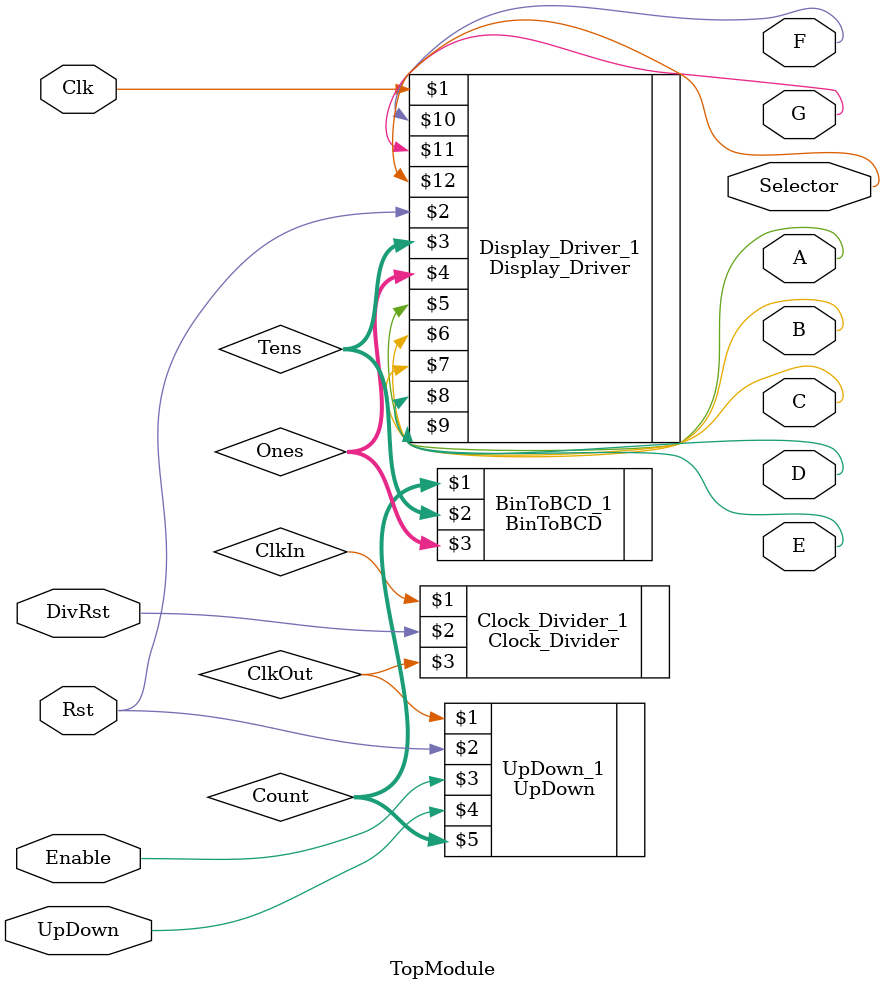
<source format=v>
`timescale 1ns / 1ps
module TopModule(Clk, DivRst, Rst, UpDown, Enable, A, B, C, D, E, F, G, Selector);
   input Clk, DivRst, Rst, UpDown, Enable;
   output A, B, C, D, E, F, G, Selector;
	
	wire ClkOut;
	wire [3:0] Count;
	wire [3:0] Tens, Ones;
	
	Clock_Divider Clock_Divider_1(ClkIn, DivRst, ClkOut);
	UpDown UpDown_1(ClkOut, Rst, Enable, UpDown, Count);
	BinToBCD BinToBCD_1(Count, Tens, Ones);
	Display_Driver Display_Driver_1(Clk, Rst, Tens, Ones, A, B, C, D, E, F, G, Selector);

endmodule

</source>
